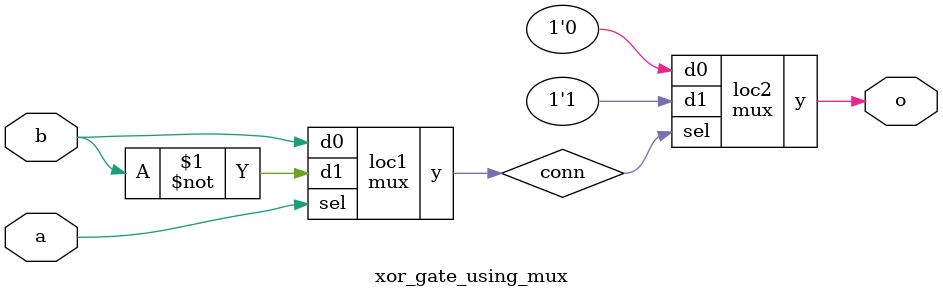
<source format=sv>

module mux
(
  input  d0, d1,
  input  sel,
  output y
);

  assign y = sel ? d1 : d0;

endmodule

//----------------------------------------------------------------------------
// Task
//----------------------------------------------------------------------------

module xor_gate_using_mux
(
    input  a,
    input  b,
    output o
);

  // Task:
  // Implement xor gate using instance(s) of mux,
  // constants 0 and 1, and wire connections


  wire conn;

  mux loc1 (
    .d0(b),
    .d1(~b),
    .sel(a),
    .y(conn)
  );

    mux loc2 (
    .d0(1'b0),
    .d1(1'b1),
    .sel(conn),
    .y(o)
  );

endmodule

</source>
